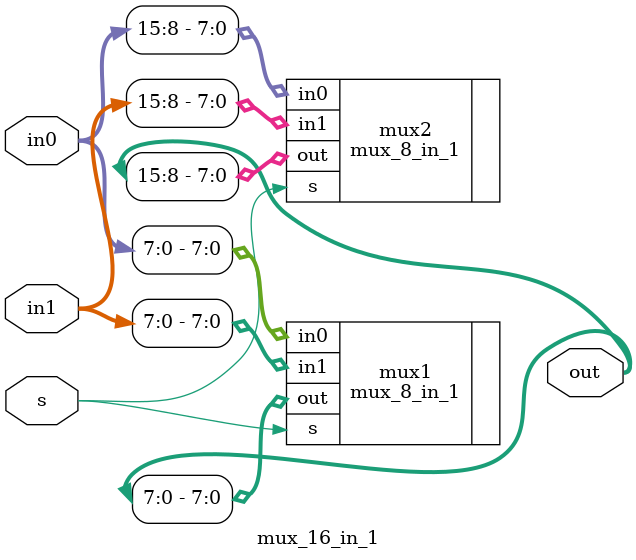
<source format=v>
module mux_16_in_1(in0, in1, s, out);
	input [15:0] in0, in1;
	input s;
	output [15:0] out;
	
	mux_8_in_1 mux1(
		.in0(in0[7:0]),
		.in1(in1[7:0]),
		.s(s),
		.out(out[7:0])
	);
	
	mux_8_in_1 mux2(
		.in0(in0[15:8]),
		.in1(in1[15:8]),
		.s(s),
		.out(out[15:8])
	);
	
endmodule
</source>
